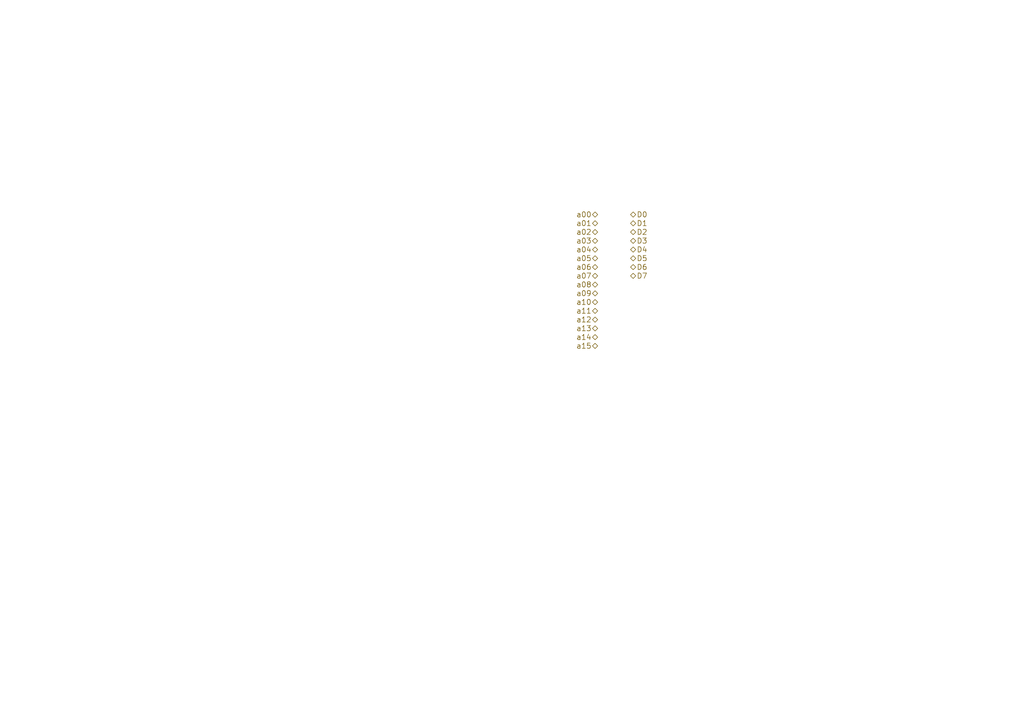
<source format=kicad_sch>
(kicad_sch (version 20230121) (generator eeschema)
  (paper "A4")
  (lib_symbols)
  (hierarchical_label "a03" (shape tri_state) (at 173.355 69.85 180) (effects (font (size 1.524 1.524))))
  (hierarchical_label "a00" (shape tri_state) (at 173.355 62.23 180) (effects (font (size 1.524 1.524))))
  (hierarchical_label "D7" (shape tri_state) (at 182.88 80.01 0) (effects (font (size 1.524 1.524))))
  (hierarchical_label "D4" (shape tri_state) (at 182.88 72.39 0) (effects (font (size 1.524 1.524))))
  (hierarchical_label "a05" (shape tri_state) (at 173.355 74.93 180) (effects (font (size 1.524 1.524))))
  (hierarchical_label "a09" (shape tri_state) (at 173.355 85.09 180) (effects (font (size 1.524 1.524))))
  (hierarchical_label "D1" (shape tri_state) (at 182.88 64.77 0) (effects (font (size 1.524 1.524))))
  (hierarchical_label "D5" (shape tri_state) (at 182.88 74.93 0) (effects (font (size 1.524 1.524))))
  (hierarchical_label "D0" (shape tri_state) (at 182.88 62.23 0) (effects (font (size 1.524 1.524))))
  (hierarchical_label "D3" (shape tri_state) (at 182.88 69.85 0) (effects (font (size 1.524 1.524))))
  (hierarchical_label "a11" (shape tri_state) (at 173.355 90.17 180) (effects (font (size 1.524 1.524))))
  (hierarchical_label "a01" (shape tri_state) (at 173.355 64.77 180) (effects (font (size 1.524 1.524))))
  (hierarchical_label "a06" (shape tri_state) (at 173.355 77.47 180) (effects (font (size 1.524 1.524))))
  (hierarchical_label "a02" (shape tri_state) (at 173.355 67.31 180) (effects (font (size 1.524 1.524))))
  (hierarchical_label "D2" (shape tri_state) (at 182.88 67.31 0) (effects (font (size 1.524 1.524))))
  (hierarchical_label "a13" (shape tri_state) (at 173.355 95.25 180) (effects (font (size 1.524 1.524))))
  (hierarchical_label "a08" (shape tri_state) (at 173.355 82.55 180) (effects (font (size 1.524 1.524))))
  (hierarchical_label "a12" (shape tri_state) (at 173.355 92.71 180) (effects (font (size 1.524 1.524))))
  (hierarchical_label "a07" (shape tri_state) (at 173.355 80.01 180) (effects (font (size 1.524 1.524))))
  (hierarchical_label "a15" (shape tri_state) (at 173.355 100.33 180) (effects (font (size 1.524 1.524))))
  (hierarchical_label "D6" (shape tri_state) (at 182.88 77.47 0) (effects (font (size 1.524 1.524))))
  (hierarchical_label "a14" (shape tri_state) (at 173.355 97.79 180) (effects (font (size 1.524 1.524))))
  (hierarchical_label "a10" (shape tri_state) (at 173.355 87.63 180) (effects (font (size 1.524 1.524))))
  (hierarchical_label "a04" (shape tri_state) (at 173.355 72.39 180) (effects (font (size 1.524 1.524))))
)
</source>
